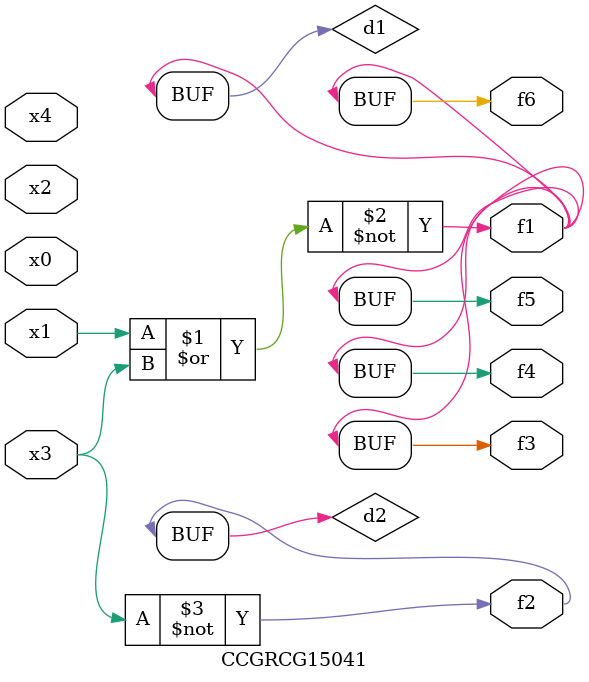
<source format=v>
module CCGRCG15041(
	input x0, x1, x2, x3, x4,
	output f1, f2, f3, f4, f5, f6
);

	wire d1, d2;

	nor (d1, x1, x3);
	not (d2, x3);
	assign f1 = d1;
	assign f2 = d2;
	assign f3 = d1;
	assign f4 = d1;
	assign f5 = d1;
	assign f6 = d1;
endmodule

</source>
